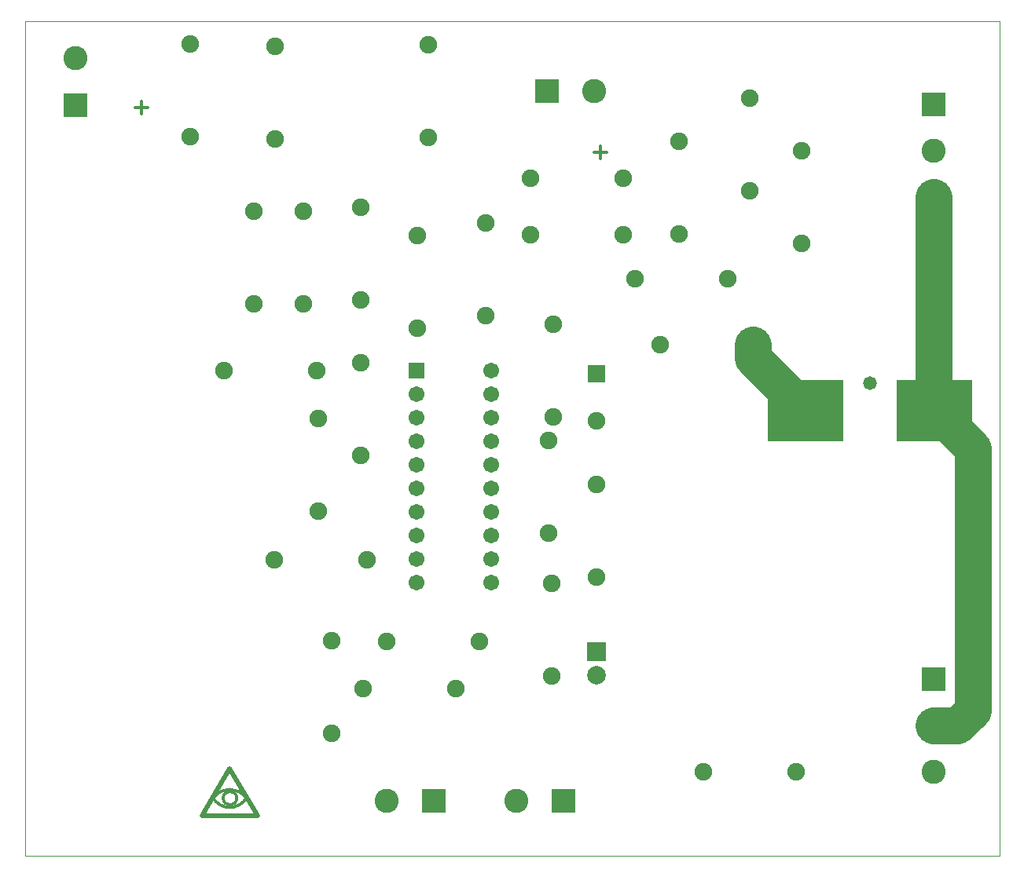
<source format=gts>
G04 Layer_Color=8388736*
%FSLAX44Y44*%
%MOMM*%
G71*
G01*
G75*
%ADD10C,0.3000*%
%ADD14C,4.0000*%
%ADD15C,0.1000*%
%ADD33C,0.5500*%
%ADD34R,8.2032X6.7032*%
%ADD35C,1.7032*%
%ADD36R,1.7032X1.7032*%
%ADD37R,2.6032X2.6032*%
%ADD38C,2.6032*%
%ADD39R,2.6032X2.6032*%
%ADD40C,1.9032*%
%ADD41R,1.9032X1.9032*%
%ADD42C,2.0032*%
%ADD43R,2.0032X2.0032*%
%ADD44C,1.4732*%
D10*
X202413Y62563D02*
G03*
X238949Y62399I18317J10796D01*
G01*
X238430Y62054D02*
G03*
X203074Y62120I-17700J-11777D01*
G01*
X228259Y61930D02*
G03*
X228259Y61930I-7279J0D01*
G01*
X125893Y800100D02*
Y813429D01*
X119229Y806765D02*
X132558D01*
X619923Y751840D02*
Y765169D01*
X613259Y758504D02*
X626588D01*
D14*
X784060Y536740D02*
X840740Y480060D01*
X784060Y536740D02*
Y551180D01*
X979150Y140000D02*
X1004870D01*
X1021080Y156210D01*
Y439420D01*
X979150Y481350D02*
X1021080Y439420D01*
X979150Y481350D02*
Y710000D01*
D15*
X0Y0D02*
Y900000D01*
X1050000D01*
Y0D02*
Y900000D01*
X0Y0D02*
X1050000D01*
D33*
X190730Y42680D02*
X250730D01*
X190730D02*
X220780Y94230D01*
X250730Y42680D01*
D34*
X980090Y480060D02*
D03*
X841090D02*
D03*
D35*
X502280Y523240D02*
D03*
Y497840D02*
D03*
Y472440D02*
D03*
Y447040D02*
D03*
X422280D02*
D03*
Y472440D02*
D03*
Y497840D02*
D03*
Y421640D02*
D03*
Y396240D02*
D03*
Y370840D02*
D03*
Y345440D02*
D03*
Y294640D02*
D03*
Y320040D02*
D03*
X502280Y345440D02*
D03*
Y370840D02*
D03*
Y396240D02*
D03*
Y421640D02*
D03*
Y320040D02*
D03*
Y294640D02*
D03*
D36*
X422280Y523240D02*
D03*
D37*
X54610Y808990D02*
D03*
X979150Y190000D02*
D03*
Y810000D02*
D03*
D38*
X54610Y859790D02*
D03*
X613410Y824230D02*
D03*
X529820Y58890D02*
D03*
X389820D02*
D03*
X979150Y90000D02*
D03*
Y140000D02*
D03*
Y710000D02*
D03*
Y760000D02*
D03*
D39*
X562610Y824230D02*
D03*
X580620Y58890D02*
D03*
X440620D02*
D03*
D40*
X330200Y131610D02*
D03*
Y231610D02*
D03*
X214160Y523240D02*
D03*
X314160D02*
D03*
X489420Y231140D02*
D03*
X389420D02*
D03*
X464020Y180340D02*
D03*
X364020D02*
D03*
X316230Y371640D02*
D03*
Y471640D02*
D03*
X368770Y318770D02*
D03*
X268770D02*
D03*
X563880Y447510D02*
D03*
Y347510D02*
D03*
X644360Y730250D02*
D03*
X544360D02*
D03*
X177800Y875500D02*
D03*
Y775500D02*
D03*
X269240Y872960D02*
D03*
Y772960D02*
D03*
X836930Y759930D02*
D03*
Y659930D02*
D03*
X434340Y874230D02*
D03*
Y774230D02*
D03*
X361950Y598970D02*
D03*
Y698970D02*
D03*
X422910Y568490D02*
D03*
Y668490D02*
D03*
X781050Y817080D02*
D03*
Y717080D02*
D03*
X361950Y531330D02*
D03*
Y431330D02*
D03*
X246380Y695160D02*
D03*
Y595160D02*
D03*
X299720D02*
D03*
Y695160D02*
D03*
X731050Y90000D02*
D03*
X831050D02*
D03*
X567690Y293840D02*
D03*
Y193840D02*
D03*
X568960Y473240D02*
D03*
Y573240D02*
D03*
X615950Y400000D02*
D03*
Y300000D02*
D03*
Y468630D02*
D03*
X757390Y622300D02*
D03*
X657390D02*
D03*
X496570Y582460D02*
D03*
Y682460D02*
D03*
X704850Y670090D02*
D03*
Y770090D02*
D03*
X644360Y669290D02*
D03*
X544360D02*
D03*
X784060Y551180D02*
D03*
X684060D02*
D03*
D41*
X615950Y519430D02*
D03*
D42*
Y194310D02*
D03*
D43*
Y219710D02*
D03*
D44*
X910590Y509270D02*
D03*
M02*

</source>
